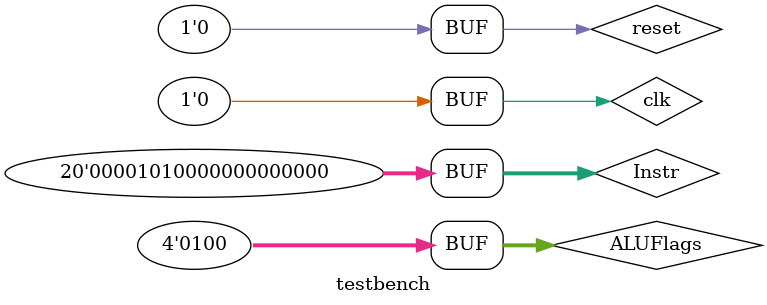
<source format=sv>
`timescale 1ns / 1ps
module testbench();

  logic         clk;
  logic         reset;
  logic [31:12] Instr;
  logic [3:0]   ALUFlags;
  
  logic         PCWrite;
  logic         MemWrite;
  logic         RegWrite;
  logic         IRWrite;
  logic         AdrSrc;
  logic [1:0]   RegSrc;
  logic [1:0]   ALUSrcA;
  logic [1:0]   ALUSrcB;
  logic [1:0]   ResultSrc;
  logic [1:0]   ImmSrc;
  logic [1:0]   ALUControl;
  

  // instantiate device to be tested
  controller dut(clk, reset, Instr, ALUFlags, PCWrite, MemWrite, RegWrite, IRWrite, AdrSrc,
				 RegSrc, ALUSrcA, ALUSrcB, ResultSrc, ImmSrc, ALUControl);
  
  // initialize test
  initial
    begin
      reset <= 1; # 15; reset <= 0;
    end

  // generate clock to sequence tests
  always
    begin
      clk <= 1; # 5; clk <= 0; # 5;
    end

  //Generate test signals
  initial
	begin
	  #10
	  Instr = 20'b1110_00_1_0100_0_0010_0001; //ADD R1, R2, #2
	  ALUFlags = 4'b0000; //{neg, zero, carry, overflow} = Flags;		
	  #40;
	  Instr = 20'b1110_00_0_0010_0_0011_0100; //SUB R4, R3, R5
	  ALUFlags = 4'b0000; //{neg, zero, carry, overflow} = Flags;
	  #40;
	  Instr = 20'b1110_00_0_0000_1_0010_0111; //ANDS R7, R2, R3
	  ALUFlags = 4'b0000; //{neg, zero, carry, overflow} = Flags;
	  #40;
	  Instr = 20'b0001_00_1_1100_0_0001_0010; //ORNE R2, R1, #5
	  ALUFlags = 4'b0000; //{neg, zero, carry, overflow} = Flags;
	  #40;
	  Instr = 20'b1110_01_0_1100_1_0001_0011; //LDR R3, [R1, #10]
	  ALUFlags = 4'b0000; //{neg, zero, carry, overflow} = Flags;
	  #50;
	  Instr = 20'b1110_01_0_1100_0_0010_0101; //STR R5, [R2, #2]
	  ALUFlags = 4'b0000; //{neg, zero, carry, overflow} = Flags;
	  #40;
	  Instr = 20'b1110_10_1_0_000000000000; //B
	  ALUFlags = 4'b0000; //{neg, zero, carry, overflow} = Flags;
	  #30;
	  Instr = 20'b0001_10_1_0_000000000000; //BNE
	  ALUFlags = 4'b0100; //{neg, zero, carry, overflow} = Flags;
	  #30;
	  Instr = 20'b0000_10_1_0_000000000000; //BEQ
	  ALUFlags = 4'b0100; //{neg, zero, carry, overflow} = Flags;
	  #30;
	end
endmodule
</source>
